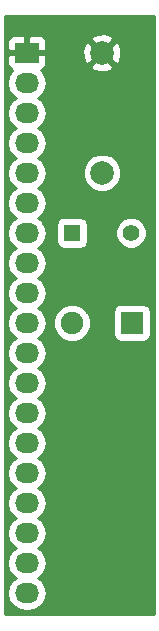
<source format=gbl>
G04 #@! TF.FileFunction,Copper,L2,Bot,Signal*
%FSLAX46Y46*%
G04 Gerber Fmt 4.6, Leading zero omitted, Abs format (unit mm)*
G04 Created by KiCad (PCBNEW 4.0.4+e1-6308~48~ubuntu16.04.1-stable) date Fri Nov  4 19:20:07 2016*
%MOMM*%
%LPD*%
G01*
G04 APERTURE LIST*
%ADD10C,0.100000*%
%ADD11R,1.400000X1.400000*%
%ADD12C,1.400000*%
%ADD13R,1.905000X1.905000*%
%ADD14C,1.905000*%
%ADD15R,2.032000X1.727200*%
%ADD16O,2.032000X1.727200*%
%ADD17C,1.998980*%
%ADD18C,0.254000*%
G04 APERTURE END LIST*
D10*
D11*
X90170000Y-78740000D03*
D12*
X95170000Y-78740000D03*
D13*
X95250000Y-86360000D03*
D14*
X90170000Y-86360000D03*
D15*
X86360000Y-63500000D03*
D16*
X86360000Y-66040000D03*
X86360000Y-68580000D03*
X86360000Y-71120000D03*
X86360000Y-73660000D03*
X86360000Y-76200000D03*
X86360000Y-78740000D03*
X86360000Y-81280000D03*
X86360000Y-83820000D03*
X86360000Y-86360000D03*
X86360000Y-88900000D03*
X86360000Y-91440000D03*
X86360000Y-93980000D03*
X86360000Y-96520000D03*
X86360000Y-99060000D03*
X86360000Y-101600000D03*
X86360000Y-104140000D03*
X86360000Y-106680000D03*
X86360000Y-109220000D03*
D17*
X92710000Y-73660000D03*
X92710000Y-63500000D03*
D18*
G36*
X97080000Y-111050000D02*
X84530000Y-111050000D01*
X84530000Y-66040000D01*
X84676655Y-66040000D01*
X84790729Y-66613489D01*
X85115585Y-67099670D01*
X85430366Y-67310000D01*
X85115585Y-67520330D01*
X84790729Y-68006511D01*
X84676655Y-68580000D01*
X84790729Y-69153489D01*
X85115585Y-69639670D01*
X85430366Y-69850000D01*
X85115585Y-70060330D01*
X84790729Y-70546511D01*
X84676655Y-71120000D01*
X84790729Y-71693489D01*
X85115585Y-72179670D01*
X85430366Y-72390000D01*
X85115585Y-72600330D01*
X84790729Y-73086511D01*
X84676655Y-73660000D01*
X84790729Y-74233489D01*
X85115585Y-74719670D01*
X85430366Y-74930000D01*
X85115585Y-75140330D01*
X84790729Y-75626511D01*
X84676655Y-76200000D01*
X84790729Y-76773489D01*
X85115585Y-77259670D01*
X85430366Y-77470000D01*
X85115585Y-77680330D01*
X84790729Y-78166511D01*
X84676655Y-78740000D01*
X84790729Y-79313489D01*
X85115585Y-79799670D01*
X85430366Y-80010000D01*
X85115585Y-80220330D01*
X84790729Y-80706511D01*
X84676655Y-81280000D01*
X84790729Y-81853489D01*
X85115585Y-82339670D01*
X85430366Y-82550000D01*
X85115585Y-82760330D01*
X84790729Y-83246511D01*
X84676655Y-83820000D01*
X84790729Y-84393489D01*
X85115585Y-84879670D01*
X85430366Y-85090000D01*
X85115585Y-85300330D01*
X84790729Y-85786511D01*
X84676655Y-86360000D01*
X84790729Y-86933489D01*
X85115585Y-87419670D01*
X85430366Y-87630000D01*
X85115585Y-87840330D01*
X84790729Y-88326511D01*
X84676655Y-88900000D01*
X84790729Y-89473489D01*
X85115585Y-89959670D01*
X85430366Y-90170000D01*
X85115585Y-90380330D01*
X84790729Y-90866511D01*
X84676655Y-91440000D01*
X84790729Y-92013489D01*
X85115585Y-92499670D01*
X85430366Y-92710000D01*
X85115585Y-92920330D01*
X84790729Y-93406511D01*
X84676655Y-93980000D01*
X84790729Y-94553489D01*
X85115585Y-95039670D01*
X85430366Y-95250000D01*
X85115585Y-95460330D01*
X84790729Y-95946511D01*
X84676655Y-96520000D01*
X84790729Y-97093489D01*
X85115585Y-97579670D01*
X85430366Y-97790000D01*
X85115585Y-98000330D01*
X84790729Y-98486511D01*
X84676655Y-99060000D01*
X84790729Y-99633489D01*
X85115585Y-100119670D01*
X85430366Y-100330000D01*
X85115585Y-100540330D01*
X84790729Y-101026511D01*
X84676655Y-101600000D01*
X84790729Y-102173489D01*
X85115585Y-102659670D01*
X85430366Y-102870000D01*
X85115585Y-103080330D01*
X84790729Y-103566511D01*
X84676655Y-104140000D01*
X84790729Y-104713489D01*
X85115585Y-105199670D01*
X85430366Y-105410000D01*
X85115585Y-105620330D01*
X84790729Y-106106511D01*
X84676655Y-106680000D01*
X84790729Y-107253489D01*
X85115585Y-107739670D01*
X85430366Y-107950000D01*
X85115585Y-108160330D01*
X84790729Y-108646511D01*
X84676655Y-109220000D01*
X84790729Y-109793489D01*
X85115585Y-110279670D01*
X85601766Y-110604526D01*
X86175255Y-110718600D01*
X86544745Y-110718600D01*
X87118234Y-110604526D01*
X87604415Y-110279670D01*
X87929271Y-109793489D01*
X88043345Y-109220000D01*
X87929271Y-108646511D01*
X87604415Y-108160330D01*
X87289634Y-107950000D01*
X87604415Y-107739670D01*
X87929271Y-107253489D01*
X88043345Y-106680000D01*
X87929271Y-106106511D01*
X87604415Y-105620330D01*
X87289634Y-105410000D01*
X87604415Y-105199670D01*
X87929271Y-104713489D01*
X88043345Y-104140000D01*
X87929271Y-103566511D01*
X87604415Y-103080330D01*
X87289634Y-102870000D01*
X87604415Y-102659670D01*
X87929271Y-102173489D01*
X88043345Y-101600000D01*
X87929271Y-101026511D01*
X87604415Y-100540330D01*
X87289634Y-100330000D01*
X87604415Y-100119670D01*
X87929271Y-99633489D01*
X88043345Y-99060000D01*
X87929271Y-98486511D01*
X87604415Y-98000330D01*
X87289634Y-97790000D01*
X87604415Y-97579670D01*
X87929271Y-97093489D01*
X88043345Y-96520000D01*
X87929271Y-95946511D01*
X87604415Y-95460330D01*
X87289634Y-95250000D01*
X87604415Y-95039670D01*
X87929271Y-94553489D01*
X88043345Y-93980000D01*
X87929271Y-93406511D01*
X87604415Y-92920330D01*
X87289634Y-92710000D01*
X87604415Y-92499670D01*
X87929271Y-92013489D01*
X88043345Y-91440000D01*
X87929271Y-90866511D01*
X87604415Y-90380330D01*
X87289634Y-90170000D01*
X87604415Y-89959670D01*
X87929271Y-89473489D01*
X88043345Y-88900000D01*
X87929271Y-88326511D01*
X87604415Y-87840330D01*
X87289634Y-87630000D01*
X87604415Y-87419670D01*
X87929271Y-86933489D01*
X87980809Y-86674388D01*
X88582225Y-86674388D01*
X88823398Y-87258072D01*
X89269579Y-87705032D01*
X89852841Y-87947224D01*
X90484388Y-87947775D01*
X91068072Y-87706602D01*
X91515032Y-87260421D01*
X91757224Y-86677159D01*
X91757775Y-86045612D01*
X91516602Y-85461928D01*
X91462269Y-85407500D01*
X93650060Y-85407500D01*
X93650060Y-87312500D01*
X93694338Y-87547817D01*
X93833410Y-87763941D01*
X94045610Y-87908931D01*
X94297500Y-87959940D01*
X96202500Y-87959940D01*
X96437817Y-87915662D01*
X96653941Y-87776590D01*
X96798931Y-87564390D01*
X96849940Y-87312500D01*
X96849940Y-85407500D01*
X96805662Y-85172183D01*
X96666590Y-84956059D01*
X96454390Y-84811069D01*
X96202500Y-84760060D01*
X94297500Y-84760060D01*
X94062183Y-84804338D01*
X93846059Y-84943410D01*
X93701069Y-85155610D01*
X93650060Y-85407500D01*
X91462269Y-85407500D01*
X91070421Y-85014968D01*
X90487159Y-84772776D01*
X89855612Y-84772225D01*
X89271928Y-85013398D01*
X88824968Y-85459579D01*
X88582776Y-86042841D01*
X88582225Y-86674388D01*
X87980809Y-86674388D01*
X88043345Y-86360000D01*
X87929271Y-85786511D01*
X87604415Y-85300330D01*
X87289634Y-85090000D01*
X87604415Y-84879670D01*
X87929271Y-84393489D01*
X88043345Y-83820000D01*
X87929271Y-83246511D01*
X87604415Y-82760330D01*
X87289634Y-82550000D01*
X87604415Y-82339670D01*
X87929271Y-81853489D01*
X88043345Y-81280000D01*
X87929271Y-80706511D01*
X87604415Y-80220330D01*
X87289634Y-80010000D01*
X87604415Y-79799670D01*
X87929271Y-79313489D01*
X88043345Y-78740000D01*
X87929271Y-78166511D01*
X87844739Y-78040000D01*
X88822560Y-78040000D01*
X88822560Y-79440000D01*
X88866838Y-79675317D01*
X89005910Y-79891441D01*
X89218110Y-80036431D01*
X89470000Y-80087440D01*
X90870000Y-80087440D01*
X91105317Y-80043162D01*
X91321441Y-79904090D01*
X91466431Y-79691890D01*
X91517440Y-79440000D01*
X91517440Y-79004383D01*
X93834769Y-79004383D01*
X94037582Y-79495229D01*
X94412796Y-79871098D01*
X94903287Y-80074768D01*
X95434383Y-80075231D01*
X95925229Y-79872418D01*
X96301098Y-79497204D01*
X96504768Y-79006713D01*
X96505231Y-78475617D01*
X96302418Y-77984771D01*
X95927204Y-77608902D01*
X95436713Y-77405232D01*
X94905617Y-77404769D01*
X94414771Y-77607582D01*
X94038902Y-77982796D01*
X93835232Y-78473287D01*
X93834769Y-79004383D01*
X91517440Y-79004383D01*
X91517440Y-78040000D01*
X91473162Y-77804683D01*
X91334090Y-77588559D01*
X91121890Y-77443569D01*
X90870000Y-77392560D01*
X89470000Y-77392560D01*
X89234683Y-77436838D01*
X89018559Y-77575910D01*
X88873569Y-77788110D01*
X88822560Y-78040000D01*
X87844739Y-78040000D01*
X87604415Y-77680330D01*
X87289634Y-77470000D01*
X87604415Y-77259670D01*
X87929271Y-76773489D01*
X88043345Y-76200000D01*
X87929271Y-75626511D01*
X87604415Y-75140330D01*
X87289634Y-74930000D01*
X87604415Y-74719670D01*
X87929271Y-74233489D01*
X87978958Y-73983694D01*
X91075226Y-73983694D01*
X91323538Y-74584655D01*
X91782927Y-75044846D01*
X92383453Y-75294206D01*
X93033694Y-75294774D01*
X93634655Y-75046462D01*
X94094846Y-74587073D01*
X94344206Y-73986547D01*
X94344774Y-73336306D01*
X94096462Y-72735345D01*
X93637073Y-72275154D01*
X93036547Y-72025794D01*
X92386306Y-72025226D01*
X91785345Y-72273538D01*
X91325154Y-72732927D01*
X91075794Y-73333453D01*
X91075226Y-73983694D01*
X87978958Y-73983694D01*
X88043345Y-73660000D01*
X87929271Y-73086511D01*
X87604415Y-72600330D01*
X87289634Y-72390000D01*
X87604415Y-72179670D01*
X87929271Y-71693489D01*
X88043345Y-71120000D01*
X87929271Y-70546511D01*
X87604415Y-70060330D01*
X87289634Y-69850000D01*
X87604415Y-69639670D01*
X87929271Y-69153489D01*
X88043345Y-68580000D01*
X87929271Y-68006511D01*
X87604415Y-67520330D01*
X87289634Y-67310000D01*
X87604415Y-67099670D01*
X87929271Y-66613489D01*
X88043345Y-66040000D01*
X87929271Y-65466511D01*
X87604415Y-64980330D01*
X87582220Y-64965500D01*
X87735699Y-64901927D01*
X87914327Y-64723298D01*
X87943792Y-64652163D01*
X91737443Y-64652163D01*
X91836042Y-64918965D01*
X92445582Y-65145401D01*
X93095377Y-65121341D01*
X93583958Y-64918965D01*
X93682557Y-64652163D01*
X92710000Y-63679605D01*
X91737443Y-64652163D01*
X87943792Y-64652163D01*
X88011000Y-64489909D01*
X88011000Y-63785750D01*
X87852250Y-63627000D01*
X86487000Y-63627000D01*
X86487000Y-63647000D01*
X86233000Y-63647000D01*
X86233000Y-63627000D01*
X84867750Y-63627000D01*
X84709000Y-63785750D01*
X84709000Y-64489909D01*
X84805673Y-64723298D01*
X84984301Y-64901927D01*
X85137780Y-64965500D01*
X85115585Y-64980330D01*
X84790729Y-65466511D01*
X84676655Y-66040000D01*
X84530000Y-66040000D01*
X84530000Y-62510091D01*
X84709000Y-62510091D01*
X84709000Y-63214250D01*
X84867750Y-63373000D01*
X86233000Y-63373000D01*
X86233000Y-62160150D01*
X86487000Y-62160150D01*
X86487000Y-63373000D01*
X87852250Y-63373000D01*
X87989668Y-63235582D01*
X91064599Y-63235582D01*
X91088659Y-63885377D01*
X91291035Y-64373958D01*
X91557837Y-64472557D01*
X92530395Y-63500000D01*
X92889605Y-63500000D01*
X93862163Y-64472557D01*
X94128965Y-64373958D01*
X94355401Y-63764418D01*
X94331341Y-63114623D01*
X94128965Y-62626042D01*
X93862163Y-62527443D01*
X92889605Y-63500000D01*
X92530395Y-63500000D01*
X91557837Y-62527443D01*
X91291035Y-62626042D01*
X91064599Y-63235582D01*
X87989668Y-63235582D01*
X88011000Y-63214250D01*
X88011000Y-62510091D01*
X87943793Y-62347837D01*
X91737443Y-62347837D01*
X92710000Y-63320395D01*
X93682557Y-62347837D01*
X93583958Y-62081035D01*
X92974418Y-61854599D01*
X92324623Y-61878659D01*
X91836042Y-62081035D01*
X91737443Y-62347837D01*
X87943793Y-62347837D01*
X87914327Y-62276702D01*
X87735699Y-62098073D01*
X87502310Y-62001400D01*
X86645750Y-62001400D01*
X86487000Y-62160150D01*
X86233000Y-62160150D01*
X86074250Y-62001400D01*
X85217690Y-62001400D01*
X84984301Y-62098073D01*
X84805673Y-62276702D01*
X84709000Y-62510091D01*
X84530000Y-62510091D01*
X84530000Y-60400000D01*
X97080000Y-60400000D01*
X97080000Y-111050000D01*
X97080000Y-111050000D01*
G37*
X97080000Y-111050000D02*
X84530000Y-111050000D01*
X84530000Y-66040000D01*
X84676655Y-66040000D01*
X84790729Y-66613489D01*
X85115585Y-67099670D01*
X85430366Y-67310000D01*
X85115585Y-67520330D01*
X84790729Y-68006511D01*
X84676655Y-68580000D01*
X84790729Y-69153489D01*
X85115585Y-69639670D01*
X85430366Y-69850000D01*
X85115585Y-70060330D01*
X84790729Y-70546511D01*
X84676655Y-71120000D01*
X84790729Y-71693489D01*
X85115585Y-72179670D01*
X85430366Y-72390000D01*
X85115585Y-72600330D01*
X84790729Y-73086511D01*
X84676655Y-73660000D01*
X84790729Y-74233489D01*
X85115585Y-74719670D01*
X85430366Y-74930000D01*
X85115585Y-75140330D01*
X84790729Y-75626511D01*
X84676655Y-76200000D01*
X84790729Y-76773489D01*
X85115585Y-77259670D01*
X85430366Y-77470000D01*
X85115585Y-77680330D01*
X84790729Y-78166511D01*
X84676655Y-78740000D01*
X84790729Y-79313489D01*
X85115585Y-79799670D01*
X85430366Y-80010000D01*
X85115585Y-80220330D01*
X84790729Y-80706511D01*
X84676655Y-81280000D01*
X84790729Y-81853489D01*
X85115585Y-82339670D01*
X85430366Y-82550000D01*
X85115585Y-82760330D01*
X84790729Y-83246511D01*
X84676655Y-83820000D01*
X84790729Y-84393489D01*
X85115585Y-84879670D01*
X85430366Y-85090000D01*
X85115585Y-85300330D01*
X84790729Y-85786511D01*
X84676655Y-86360000D01*
X84790729Y-86933489D01*
X85115585Y-87419670D01*
X85430366Y-87630000D01*
X85115585Y-87840330D01*
X84790729Y-88326511D01*
X84676655Y-88900000D01*
X84790729Y-89473489D01*
X85115585Y-89959670D01*
X85430366Y-90170000D01*
X85115585Y-90380330D01*
X84790729Y-90866511D01*
X84676655Y-91440000D01*
X84790729Y-92013489D01*
X85115585Y-92499670D01*
X85430366Y-92710000D01*
X85115585Y-92920330D01*
X84790729Y-93406511D01*
X84676655Y-93980000D01*
X84790729Y-94553489D01*
X85115585Y-95039670D01*
X85430366Y-95250000D01*
X85115585Y-95460330D01*
X84790729Y-95946511D01*
X84676655Y-96520000D01*
X84790729Y-97093489D01*
X85115585Y-97579670D01*
X85430366Y-97790000D01*
X85115585Y-98000330D01*
X84790729Y-98486511D01*
X84676655Y-99060000D01*
X84790729Y-99633489D01*
X85115585Y-100119670D01*
X85430366Y-100330000D01*
X85115585Y-100540330D01*
X84790729Y-101026511D01*
X84676655Y-101600000D01*
X84790729Y-102173489D01*
X85115585Y-102659670D01*
X85430366Y-102870000D01*
X85115585Y-103080330D01*
X84790729Y-103566511D01*
X84676655Y-104140000D01*
X84790729Y-104713489D01*
X85115585Y-105199670D01*
X85430366Y-105410000D01*
X85115585Y-105620330D01*
X84790729Y-106106511D01*
X84676655Y-106680000D01*
X84790729Y-107253489D01*
X85115585Y-107739670D01*
X85430366Y-107950000D01*
X85115585Y-108160330D01*
X84790729Y-108646511D01*
X84676655Y-109220000D01*
X84790729Y-109793489D01*
X85115585Y-110279670D01*
X85601766Y-110604526D01*
X86175255Y-110718600D01*
X86544745Y-110718600D01*
X87118234Y-110604526D01*
X87604415Y-110279670D01*
X87929271Y-109793489D01*
X88043345Y-109220000D01*
X87929271Y-108646511D01*
X87604415Y-108160330D01*
X87289634Y-107950000D01*
X87604415Y-107739670D01*
X87929271Y-107253489D01*
X88043345Y-106680000D01*
X87929271Y-106106511D01*
X87604415Y-105620330D01*
X87289634Y-105410000D01*
X87604415Y-105199670D01*
X87929271Y-104713489D01*
X88043345Y-104140000D01*
X87929271Y-103566511D01*
X87604415Y-103080330D01*
X87289634Y-102870000D01*
X87604415Y-102659670D01*
X87929271Y-102173489D01*
X88043345Y-101600000D01*
X87929271Y-101026511D01*
X87604415Y-100540330D01*
X87289634Y-100330000D01*
X87604415Y-100119670D01*
X87929271Y-99633489D01*
X88043345Y-99060000D01*
X87929271Y-98486511D01*
X87604415Y-98000330D01*
X87289634Y-97790000D01*
X87604415Y-97579670D01*
X87929271Y-97093489D01*
X88043345Y-96520000D01*
X87929271Y-95946511D01*
X87604415Y-95460330D01*
X87289634Y-95250000D01*
X87604415Y-95039670D01*
X87929271Y-94553489D01*
X88043345Y-93980000D01*
X87929271Y-93406511D01*
X87604415Y-92920330D01*
X87289634Y-92710000D01*
X87604415Y-92499670D01*
X87929271Y-92013489D01*
X88043345Y-91440000D01*
X87929271Y-90866511D01*
X87604415Y-90380330D01*
X87289634Y-90170000D01*
X87604415Y-89959670D01*
X87929271Y-89473489D01*
X88043345Y-88900000D01*
X87929271Y-88326511D01*
X87604415Y-87840330D01*
X87289634Y-87630000D01*
X87604415Y-87419670D01*
X87929271Y-86933489D01*
X87980809Y-86674388D01*
X88582225Y-86674388D01*
X88823398Y-87258072D01*
X89269579Y-87705032D01*
X89852841Y-87947224D01*
X90484388Y-87947775D01*
X91068072Y-87706602D01*
X91515032Y-87260421D01*
X91757224Y-86677159D01*
X91757775Y-86045612D01*
X91516602Y-85461928D01*
X91462269Y-85407500D01*
X93650060Y-85407500D01*
X93650060Y-87312500D01*
X93694338Y-87547817D01*
X93833410Y-87763941D01*
X94045610Y-87908931D01*
X94297500Y-87959940D01*
X96202500Y-87959940D01*
X96437817Y-87915662D01*
X96653941Y-87776590D01*
X96798931Y-87564390D01*
X96849940Y-87312500D01*
X96849940Y-85407500D01*
X96805662Y-85172183D01*
X96666590Y-84956059D01*
X96454390Y-84811069D01*
X96202500Y-84760060D01*
X94297500Y-84760060D01*
X94062183Y-84804338D01*
X93846059Y-84943410D01*
X93701069Y-85155610D01*
X93650060Y-85407500D01*
X91462269Y-85407500D01*
X91070421Y-85014968D01*
X90487159Y-84772776D01*
X89855612Y-84772225D01*
X89271928Y-85013398D01*
X88824968Y-85459579D01*
X88582776Y-86042841D01*
X88582225Y-86674388D01*
X87980809Y-86674388D01*
X88043345Y-86360000D01*
X87929271Y-85786511D01*
X87604415Y-85300330D01*
X87289634Y-85090000D01*
X87604415Y-84879670D01*
X87929271Y-84393489D01*
X88043345Y-83820000D01*
X87929271Y-83246511D01*
X87604415Y-82760330D01*
X87289634Y-82550000D01*
X87604415Y-82339670D01*
X87929271Y-81853489D01*
X88043345Y-81280000D01*
X87929271Y-80706511D01*
X87604415Y-80220330D01*
X87289634Y-80010000D01*
X87604415Y-79799670D01*
X87929271Y-79313489D01*
X88043345Y-78740000D01*
X87929271Y-78166511D01*
X87844739Y-78040000D01*
X88822560Y-78040000D01*
X88822560Y-79440000D01*
X88866838Y-79675317D01*
X89005910Y-79891441D01*
X89218110Y-80036431D01*
X89470000Y-80087440D01*
X90870000Y-80087440D01*
X91105317Y-80043162D01*
X91321441Y-79904090D01*
X91466431Y-79691890D01*
X91517440Y-79440000D01*
X91517440Y-79004383D01*
X93834769Y-79004383D01*
X94037582Y-79495229D01*
X94412796Y-79871098D01*
X94903287Y-80074768D01*
X95434383Y-80075231D01*
X95925229Y-79872418D01*
X96301098Y-79497204D01*
X96504768Y-79006713D01*
X96505231Y-78475617D01*
X96302418Y-77984771D01*
X95927204Y-77608902D01*
X95436713Y-77405232D01*
X94905617Y-77404769D01*
X94414771Y-77607582D01*
X94038902Y-77982796D01*
X93835232Y-78473287D01*
X93834769Y-79004383D01*
X91517440Y-79004383D01*
X91517440Y-78040000D01*
X91473162Y-77804683D01*
X91334090Y-77588559D01*
X91121890Y-77443569D01*
X90870000Y-77392560D01*
X89470000Y-77392560D01*
X89234683Y-77436838D01*
X89018559Y-77575910D01*
X88873569Y-77788110D01*
X88822560Y-78040000D01*
X87844739Y-78040000D01*
X87604415Y-77680330D01*
X87289634Y-77470000D01*
X87604415Y-77259670D01*
X87929271Y-76773489D01*
X88043345Y-76200000D01*
X87929271Y-75626511D01*
X87604415Y-75140330D01*
X87289634Y-74930000D01*
X87604415Y-74719670D01*
X87929271Y-74233489D01*
X87978958Y-73983694D01*
X91075226Y-73983694D01*
X91323538Y-74584655D01*
X91782927Y-75044846D01*
X92383453Y-75294206D01*
X93033694Y-75294774D01*
X93634655Y-75046462D01*
X94094846Y-74587073D01*
X94344206Y-73986547D01*
X94344774Y-73336306D01*
X94096462Y-72735345D01*
X93637073Y-72275154D01*
X93036547Y-72025794D01*
X92386306Y-72025226D01*
X91785345Y-72273538D01*
X91325154Y-72732927D01*
X91075794Y-73333453D01*
X91075226Y-73983694D01*
X87978958Y-73983694D01*
X88043345Y-73660000D01*
X87929271Y-73086511D01*
X87604415Y-72600330D01*
X87289634Y-72390000D01*
X87604415Y-72179670D01*
X87929271Y-71693489D01*
X88043345Y-71120000D01*
X87929271Y-70546511D01*
X87604415Y-70060330D01*
X87289634Y-69850000D01*
X87604415Y-69639670D01*
X87929271Y-69153489D01*
X88043345Y-68580000D01*
X87929271Y-68006511D01*
X87604415Y-67520330D01*
X87289634Y-67310000D01*
X87604415Y-67099670D01*
X87929271Y-66613489D01*
X88043345Y-66040000D01*
X87929271Y-65466511D01*
X87604415Y-64980330D01*
X87582220Y-64965500D01*
X87735699Y-64901927D01*
X87914327Y-64723298D01*
X87943792Y-64652163D01*
X91737443Y-64652163D01*
X91836042Y-64918965D01*
X92445582Y-65145401D01*
X93095377Y-65121341D01*
X93583958Y-64918965D01*
X93682557Y-64652163D01*
X92710000Y-63679605D01*
X91737443Y-64652163D01*
X87943792Y-64652163D01*
X88011000Y-64489909D01*
X88011000Y-63785750D01*
X87852250Y-63627000D01*
X86487000Y-63627000D01*
X86487000Y-63647000D01*
X86233000Y-63647000D01*
X86233000Y-63627000D01*
X84867750Y-63627000D01*
X84709000Y-63785750D01*
X84709000Y-64489909D01*
X84805673Y-64723298D01*
X84984301Y-64901927D01*
X85137780Y-64965500D01*
X85115585Y-64980330D01*
X84790729Y-65466511D01*
X84676655Y-66040000D01*
X84530000Y-66040000D01*
X84530000Y-62510091D01*
X84709000Y-62510091D01*
X84709000Y-63214250D01*
X84867750Y-63373000D01*
X86233000Y-63373000D01*
X86233000Y-62160150D01*
X86487000Y-62160150D01*
X86487000Y-63373000D01*
X87852250Y-63373000D01*
X87989668Y-63235582D01*
X91064599Y-63235582D01*
X91088659Y-63885377D01*
X91291035Y-64373958D01*
X91557837Y-64472557D01*
X92530395Y-63500000D01*
X92889605Y-63500000D01*
X93862163Y-64472557D01*
X94128965Y-64373958D01*
X94355401Y-63764418D01*
X94331341Y-63114623D01*
X94128965Y-62626042D01*
X93862163Y-62527443D01*
X92889605Y-63500000D01*
X92530395Y-63500000D01*
X91557837Y-62527443D01*
X91291035Y-62626042D01*
X91064599Y-63235582D01*
X87989668Y-63235582D01*
X88011000Y-63214250D01*
X88011000Y-62510091D01*
X87943793Y-62347837D01*
X91737443Y-62347837D01*
X92710000Y-63320395D01*
X93682557Y-62347837D01*
X93583958Y-62081035D01*
X92974418Y-61854599D01*
X92324623Y-61878659D01*
X91836042Y-62081035D01*
X91737443Y-62347837D01*
X87943793Y-62347837D01*
X87914327Y-62276702D01*
X87735699Y-62098073D01*
X87502310Y-62001400D01*
X86645750Y-62001400D01*
X86487000Y-62160150D01*
X86233000Y-62160150D01*
X86074250Y-62001400D01*
X85217690Y-62001400D01*
X84984301Y-62098073D01*
X84805673Y-62276702D01*
X84709000Y-62510091D01*
X84530000Y-62510091D01*
X84530000Y-60400000D01*
X97080000Y-60400000D01*
X97080000Y-111050000D01*
M02*

</source>
